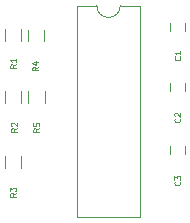
<source format=gbr>
G04 #@! TF.GenerationSoftware,KiCad,Pcbnew,(5.1.4)-1*
G04 #@! TF.CreationDate,2020-11-15T03:32:05+01:00*
G04 #@! TF.ProjectId,Delay Line,44656c61-7920-44c6-996e-652e6b696361,rev?*
G04 #@! TF.SameCoordinates,Original*
G04 #@! TF.FileFunction,Legend,Top*
G04 #@! TF.FilePolarity,Positive*
%FSLAX46Y46*%
G04 Gerber Fmt 4.6, Leading zero omitted, Abs format (unit mm)*
G04 Created by KiCad (PCBNEW (5.1.4)-1) date 2020-11-15 03:32:05*
%MOMM*%
%LPD*%
G04 APERTURE LIST*
%ADD10C,0.120000*%
%ADD11C,0.125000*%
G04 APERTURE END LIST*
D10*
X141105000Y-67377000D02*
X139455000Y-67377000D01*
X141105000Y-85277000D02*
X141105000Y-67377000D01*
X135805000Y-85277000D02*
X141105000Y-85277000D01*
X135805000Y-67377000D02*
X135805000Y-85277000D01*
X137455000Y-67377000D02*
X135805000Y-67377000D01*
X139455000Y-67377000D02*
G75*
G02X137455000Y-67377000I-1000000J0D01*
G01*
X144897000Y-68849800D02*
X144897000Y-69549800D01*
X143697000Y-69549800D02*
X143697000Y-68849800D01*
X143697000Y-74645000D02*
X143697000Y-73945000D01*
X144897000Y-73945000D02*
X144897000Y-74645000D01*
X144897000Y-79253600D02*
X144897000Y-79953600D01*
X143697000Y-79953600D02*
X143697000Y-79253600D01*
X129711000Y-70383200D02*
X129711000Y-69383200D01*
X131071000Y-69383200D02*
X131071000Y-70383200D01*
X129711000Y-75620500D02*
X129711000Y-74620500D01*
X131071000Y-74620500D02*
X131071000Y-75620500D01*
X131071000Y-80094200D02*
X131071000Y-81094200D01*
X129711000Y-81094200D02*
X129711000Y-80094200D01*
X132963000Y-69408600D02*
X132963000Y-70408600D01*
X131603000Y-70408600D02*
X131603000Y-69408600D01*
X131679000Y-75615600D02*
X131679000Y-74615600D01*
X133039000Y-74615600D02*
X133039000Y-75615600D01*
D11*
X144500971Y-71685933D02*
X144524780Y-71709742D01*
X144548590Y-71781171D01*
X144548590Y-71828790D01*
X144524780Y-71900219D01*
X144477161Y-71947838D01*
X144429542Y-71971647D01*
X144334304Y-71995457D01*
X144262876Y-71995457D01*
X144167638Y-71971647D01*
X144120019Y-71947838D01*
X144072400Y-71900219D01*
X144048590Y-71828790D01*
X144048590Y-71781171D01*
X144072400Y-71709742D01*
X144096209Y-71685933D01*
X144548590Y-71209742D02*
X144548590Y-71495457D01*
X144548590Y-71352600D02*
X144048590Y-71352600D01*
X144120019Y-71400219D01*
X144167638Y-71447838D01*
X144191447Y-71495457D01*
X144475571Y-76943733D02*
X144499380Y-76967542D01*
X144523190Y-77038971D01*
X144523190Y-77086590D01*
X144499380Y-77158019D01*
X144451761Y-77205638D01*
X144404142Y-77229447D01*
X144308904Y-77253257D01*
X144237476Y-77253257D01*
X144142238Y-77229447D01*
X144094619Y-77205638D01*
X144047000Y-77158019D01*
X144023190Y-77086590D01*
X144023190Y-77038971D01*
X144047000Y-76967542D01*
X144070809Y-76943733D01*
X144070809Y-76753257D02*
X144047000Y-76729447D01*
X144023190Y-76681828D01*
X144023190Y-76562780D01*
X144047000Y-76515161D01*
X144070809Y-76491352D01*
X144118428Y-76467542D01*
X144166047Y-76467542D01*
X144237476Y-76491352D01*
X144523190Y-76777066D01*
X144523190Y-76467542D01*
X144475571Y-82277733D02*
X144499380Y-82301542D01*
X144523190Y-82372971D01*
X144523190Y-82420590D01*
X144499380Y-82492019D01*
X144451761Y-82539638D01*
X144404142Y-82563447D01*
X144308904Y-82587257D01*
X144237476Y-82587257D01*
X144142238Y-82563447D01*
X144094619Y-82539638D01*
X144047000Y-82492019D01*
X144023190Y-82420590D01*
X144023190Y-82372971D01*
X144047000Y-82301542D01*
X144070809Y-82277733D01*
X144023190Y-82111066D02*
X144023190Y-81801542D01*
X144213666Y-81968209D01*
X144213666Y-81896780D01*
X144237476Y-81849161D01*
X144261285Y-81825352D01*
X144308904Y-81801542D01*
X144427952Y-81801542D01*
X144475571Y-81825352D01*
X144499380Y-81849161D01*
X144523190Y-81896780D01*
X144523190Y-82039638D01*
X144499380Y-82087257D01*
X144475571Y-82111066D01*
X130642590Y-72359033D02*
X130404495Y-72525700D01*
X130642590Y-72644747D02*
X130142590Y-72644747D01*
X130142590Y-72454271D01*
X130166400Y-72406652D01*
X130190209Y-72382842D01*
X130237828Y-72359033D01*
X130309257Y-72359033D01*
X130356876Y-72382842D01*
X130380685Y-72406652D01*
X130404495Y-72454271D01*
X130404495Y-72644747D01*
X130642590Y-71882842D02*
X130642590Y-72168557D01*
X130642590Y-72025700D02*
X130142590Y-72025700D01*
X130214019Y-72073319D01*
X130261638Y-72120938D01*
X130285447Y-72168557D01*
X130706090Y-77769233D02*
X130467995Y-77935900D01*
X130706090Y-78054947D02*
X130206090Y-78054947D01*
X130206090Y-77864471D01*
X130229900Y-77816852D01*
X130253709Y-77793042D01*
X130301328Y-77769233D01*
X130372757Y-77769233D01*
X130420376Y-77793042D01*
X130444185Y-77816852D01*
X130467995Y-77864471D01*
X130467995Y-78054947D01*
X130253709Y-77578757D02*
X130229900Y-77554947D01*
X130206090Y-77507328D01*
X130206090Y-77388280D01*
X130229900Y-77340661D01*
X130253709Y-77316852D01*
X130301328Y-77293042D01*
X130348947Y-77293042D01*
X130420376Y-77316852D01*
X130706090Y-77602566D01*
X130706090Y-77293042D01*
X130617190Y-83260533D02*
X130379095Y-83427200D01*
X130617190Y-83546247D02*
X130117190Y-83546247D01*
X130117190Y-83355771D01*
X130141000Y-83308152D01*
X130164809Y-83284342D01*
X130212428Y-83260533D01*
X130283857Y-83260533D01*
X130331476Y-83284342D01*
X130355285Y-83308152D01*
X130379095Y-83355771D01*
X130379095Y-83546247D01*
X130117190Y-83093866D02*
X130117190Y-82784342D01*
X130307666Y-82951009D01*
X130307666Y-82879580D01*
X130331476Y-82831961D01*
X130355285Y-82808152D01*
X130402904Y-82784342D01*
X130521952Y-82784342D01*
X130569571Y-82808152D01*
X130593380Y-82831961D01*
X130617190Y-82879580D01*
X130617190Y-83022438D01*
X130593380Y-83070057D01*
X130569571Y-83093866D01*
X132509190Y-72574933D02*
X132271095Y-72741600D01*
X132509190Y-72860647D02*
X132009190Y-72860647D01*
X132009190Y-72670171D01*
X132033000Y-72622552D01*
X132056809Y-72598742D01*
X132104428Y-72574933D01*
X132175857Y-72574933D01*
X132223476Y-72598742D01*
X132247285Y-72622552D01*
X132271095Y-72670171D01*
X132271095Y-72860647D01*
X132175857Y-72146361D02*
X132509190Y-72146361D01*
X131985380Y-72265409D02*
X132342523Y-72384457D01*
X132342523Y-72074933D01*
X132585190Y-77781933D02*
X132347095Y-77948600D01*
X132585190Y-78067647D02*
X132085190Y-78067647D01*
X132085190Y-77877171D01*
X132109000Y-77829552D01*
X132132809Y-77805742D01*
X132180428Y-77781933D01*
X132251857Y-77781933D01*
X132299476Y-77805742D01*
X132323285Y-77829552D01*
X132347095Y-77877171D01*
X132347095Y-78067647D01*
X132085190Y-77329552D02*
X132085190Y-77567647D01*
X132323285Y-77591457D01*
X132299476Y-77567647D01*
X132275666Y-77520028D01*
X132275666Y-77400980D01*
X132299476Y-77353361D01*
X132323285Y-77329552D01*
X132370904Y-77305742D01*
X132489952Y-77305742D01*
X132537571Y-77329552D01*
X132561380Y-77353361D01*
X132585190Y-77400980D01*
X132585190Y-77520028D01*
X132561380Y-77567647D01*
X132537571Y-77591457D01*
M02*

</source>
